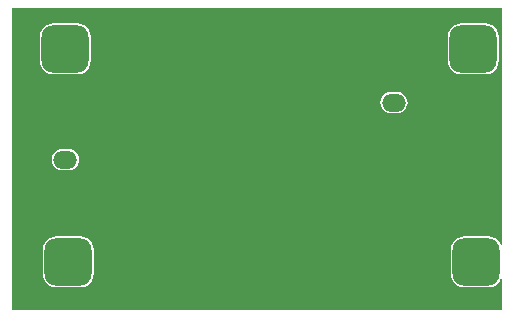
<source format=gbl>
G04*
G04 #@! TF.GenerationSoftware,Altium Limited,Altium Designer,23.2.1 (34)*
G04*
G04 Layer_Physical_Order=2*
G04 Layer_Color=16711680*
%FSLAX25Y25*%
%MOIN*%
G70*
G04*
G04 #@! TF.SameCoordinates,563C74A3-C083-4828-BA4E-F0EE4E1FBB61*
G04*
G04*
G04 #@! TF.FilePolarity,Positive*
G04*
G01*
G75*
G04:AMPARAMS|DCode=26|XSize=157.48mil|YSize=157.48mil|CornerRadius=39.37mil|HoleSize=0mil|Usage=FLASHONLY|Rotation=0.000|XOffset=0mil|YOffset=0mil|HoleType=Round|Shape=RoundedRectangle|*
%AMROUNDEDRECTD26*
21,1,0.15748,0.07874,0,0,0.0*
21,1,0.07874,0.15748,0,0,0.0*
1,1,0.07874,0.03937,-0.03937*
1,1,0.07874,-0.03937,-0.03937*
1,1,0.07874,-0.03937,0.03937*
1,1,0.07874,0.03937,0.03937*
%
%ADD26ROUNDEDRECTD26*%
%ADD27O,0.07874X0.05906*%
%ADD28C,0.02756*%
G36*
X646689Y217623D02*
X646189Y217523D01*
X645899Y218224D01*
X645172Y219172D01*
X644224Y219899D01*
X643121Y220356D01*
X641937Y220512D01*
X634063D01*
X632879Y220356D01*
X631776Y219899D01*
X630828Y219172D01*
X630101Y218224D01*
X629644Y217121D01*
X629488Y215937D01*
Y208063D01*
X629644Y206879D01*
X630101Y205776D01*
X630828Y204828D01*
X631776Y204101D01*
X632879Y203644D01*
X634063Y203488D01*
X641937D01*
X643121Y203644D01*
X644224Y204101D01*
X645172Y204828D01*
X645899Y205776D01*
X646189Y206477D01*
X646689Y206377D01*
Y195811D01*
X483311D01*
Y296689D01*
X646689D01*
Y217623D01*
D02*
G37*
%LPC*%
G36*
X640937Y291512D02*
X633063D01*
X631879Y291356D01*
X630776Y290899D01*
X629828Y290172D01*
X629101Y289224D01*
X628644Y288121D01*
X628488Y286937D01*
Y279063D01*
X628644Y277879D01*
X629101Y276776D01*
X629828Y275828D01*
X630776Y275101D01*
X631879Y274644D01*
X633063Y274488D01*
X640937D01*
X642121Y274644D01*
X643224Y275101D01*
X644172Y275828D01*
X644899Y276776D01*
X645356Y277879D01*
X645512Y279063D01*
Y286937D01*
X645356Y288121D01*
X644899Y289224D01*
X644172Y290172D01*
X643224Y290899D01*
X642121Y291356D01*
X640937Y291512D01*
D02*
G37*
G36*
X504937D02*
X497063D01*
X495879Y291356D01*
X494776Y290899D01*
X493828Y290172D01*
X493101Y289224D01*
X492644Y288121D01*
X492488Y286937D01*
Y279063D01*
X492644Y277879D01*
X493101Y276776D01*
X493828Y275828D01*
X494776Y275101D01*
X495879Y274644D01*
X497063Y274488D01*
X504937D01*
X506121Y274644D01*
X507224Y275101D01*
X508172Y275828D01*
X508899Y276776D01*
X509356Y277879D01*
X509512Y279063D01*
Y286937D01*
X509356Y288121D01*
X508899Y289224D01*
X508172Y290172D01*
X507224Y290899D01*
X506121Y291356D01*
X504937Y291512D01*
D02*
G37*
G36*
X611484Y268692D02*
X609516D01*
X608589Y268570D01*
X607725Y268212D01*
X606983Y267643D01*
X606414Y266901D01*
X606056Y266037D01*
X605934Y265110D01*
X606056Y264183D01*
X606414Y263319D01*
X606983Y262578D01*
X607725Y262008D01*
X608589Y261650D01*
X609516Y261528D01*
X611484D01*
X612411Y261650D01*
X613275Y262008D01*
X614017Y262578D01*
X614586Y263319D01*
X614944Y264183D01*
X615066Y265110D01*
X614944Y266037D01*
X614586Y266901D01*
X614017Y267643D01*
X613275Y268212D01*
X612411Y268570D01*
X611484Y268692D01*
D02*
G37*
G36*
X501984Y249692D02*
X500016D01*
X499089Y249570D01*
X498225Y249212D01*
X497483Y248643D01*
X496914Y247901D01*
X496556Y247037D01*
X496434Y246110D01*
X496556Y245183D01*
X496914Y244319D01*
X497483Y243578D01*
X498225Y243008D01*
X499089Y242651D01*
X500016Y242528D01*
X501984D01*
X502911Y242651D01*
X503775Y243008D01*
X504517Y243578D01*
X505086Y244319D01*
X505444Y245183D01*
X505566Y246110D01*
X505444Y247037D01*
X505086Y247901D01*
X504517Y248643D01*
X503775Y249212D01*
X502911Y249570D01*
X501984Y249692D01*
D02*
G37*
G36*
X505937Y220512D02*
X498063D01*
X496879Y220356D01*
X495776Y219899D01*
X494828Y219172D01*
X494101Y218224D01*
X493644Y217121D01*
X493488Y215937D01*
Y208063D01*
X493644Y206879D01*
X494101Y205776D01*
X494828Y204828D01*
X495776Y204101D01*
X496879Y203644D01*
X498063Y203488D01*
X505937D01*
X507121Y203644D01*
X508224Y204101D01*
X509172Y204828D01*
X509899Y205776D01*
X510356Y206879D01*
X510512Y208063D01*
Y215937D01*
X510356Y217121D01*
X509899Y218224D01*
X509172Y219172D01*
X508224Y219899D01*
X507121Y220356D01*
X505937Y220512D01*
D02*
G37*
%LPD*%
D26*
X502000Y212000D02*
D03*
X501000Y283000D02*
D03*
X637000D02*
D03*
X638000Y212000D02*
D03*
D27*
X501000Y259890D02*
D03*
Y246110D02*
D03*
X610500Y278890D02*
D03*
Y265110D02*
D03*
D28*
X625984Y200787D02*
D03*
X620079Y283465D02*
D03*
X614173Y200787D02*
D03*
X602362Y271654D02*
D03*
X608267Y212598D02*
D03*
X602362Y200787D02*
D03*
X596456Y283465D02*
D03*
X590551Y271654D02*
D03*
X596456Y212598D02*
D03*
X590551Y200787D02*
D03*
X578740D02*
D03*
X572834Y283465D02*
D03*
X566929Y271654D02*
D03*
Y200787D02*
D03*
X543307D02*
D03*
X537401Y236220D02*
D03*
X519685Y271654D02*
D03*
X525590Y212598D02*
D03*
X519685Y200787D02*
D03*
X513779Y283465D02*
D03*
X507874Y271654D02*
D03*
X513779Y259842D02*
D03*
X496063Y271654D02*
D03*
M02*

</source>
